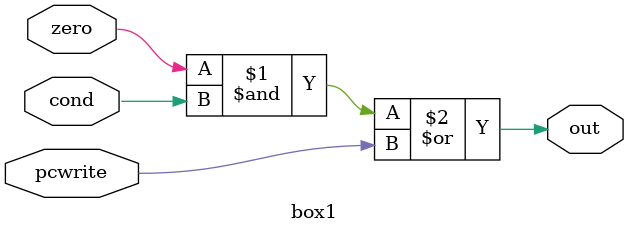
<source format=v>
`timescale 1ns/1ns
module box1(input zero,pcwrite,cond , output out);
	assign out = ((zero & cond) | pcwrite);
endmodule 

</source>
